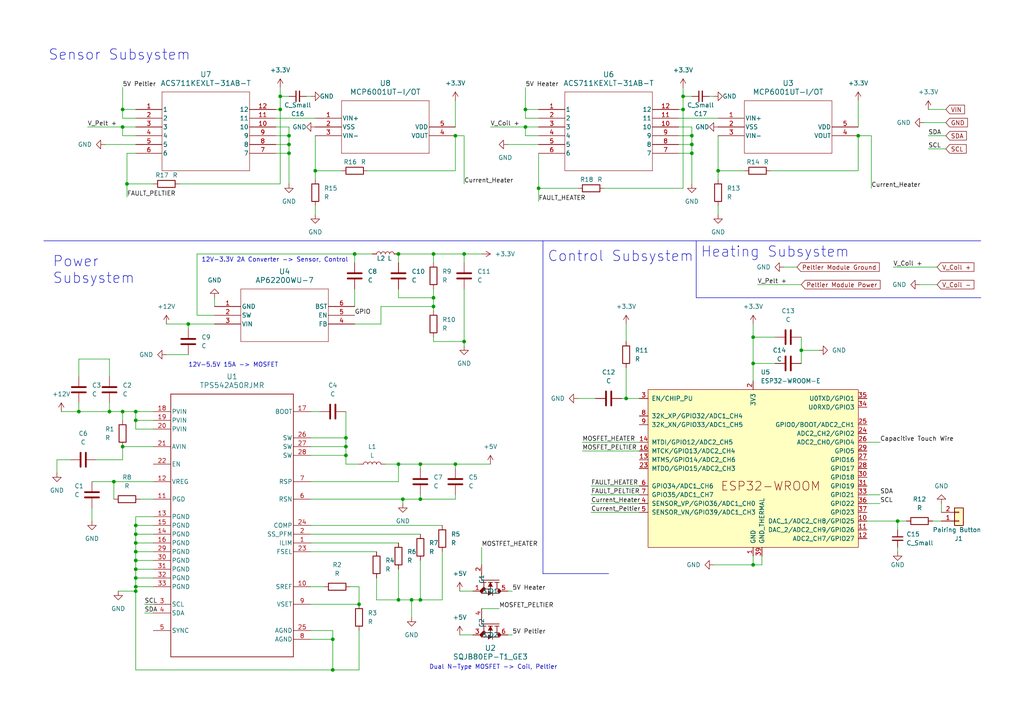
<source format=kicad_sch>
(kicad_sch (version 20230121) (generator eeschema)
  (paper "A4")
  (lib_symbols
    (symbol "ACS711KEXLT_31AB_T:ACS711KEXLT-31AB-T" (pin_names (offset 0.254))
      (property "Reference" "U" (at 20.32 10.16 0))
      (property "Value" "ACS711KEXLT-31AB-T" (at 20.32 7.62 0))
      (symbol "ACS711KEXLT-31AB-T_1_1"
        (polyline (pts (xy 7.62 -17.78) (xy 33.02 -17.78)) (stroke (width 0.127)))
        (polyline (pts (xy 7.62 5.08) (xy 7.62 -17.78)) (stroke (width 0.127)))
        (polyline (pts (xy 33.02 -17.78) (xy 33.02 5.08)) (stroke (width 0.127)))
        (polyline (pts (xy 33.02 5.08) (xy 7.62 5.08)) (stroke (width 0.127)))
        (pin unspecified line (at 0 0 0) (length 7.62) (name "1") (number "1"))
        (pin unspecified line (at 40.64 -5.08 180) (length 7.62) (name "10") (number "10"))
        (pin unspecified line (at 40.64 -2.54 180) (length 7.62) (name "11") (number "11"))
        (pin unspecified line (at 40.64 0 180) (length 7.62) (name "12") (number "12"))
        (pin unspecified line (at 0 -2.54 0) (length 7.62) (name "2") (number "2"))
        (pin unspecified line (at 0 -5.08 0) (length 7.62) (name "3") (number "3"))
        (pin unspecified line (at 0 -7.62 0) (length 7.62) (name "4") (number "4"))
        (pin unspecified line (at 0 -10.16 0) (length 7.62) (name "5") (number "5"))
        (pin unspecified line (at 0 -12.7 0) (length 7.62) (name "6") (number "6"))
        (pin unspecified line (at 40.64 -12.7 180) (length 7.62) (name "7") (number "7"))
        (pin unspecified line (at 40.64 -10.16 180) (length 7.62) (name "8") (number "8"))
        (pin unspecified line (at 40.64 -7.62 180) (length 7.62) (name "9") (number "9"))
      )
    )
    (symbol "AP62200WU_7:AP62200WU-7" (pin_names (offset 0.254))
      (property "Reference" "U" (at 20.32 10.16 0))
      (property "Value" "AP62200WU-7" (at 20.32 7.62 0))
      (symbol "AP62200WU-7_1_1"
        (polyline (pts (xy 7.62 -10.16) (xy 33.02 -10.16)) (stroke (width 0.127)))
        (polyline (pts (xy 7.62 5.08) (xy 7.62 -10.16)) (stroke (width 0.127)))
        (polyline (pts (xy 33.02 -10.16) (xy 33.02 5.08)) (stroke (width 0.127)))
        (polyline (pts (xy 33.02 5.08) (xy 7.62 5.08)) (stroke (width 0.127)))
        (pin power_out line (at 0 0 0) (length 7.62) (name "GND") (number "1"))
        (pin unspecified line (at 0 -2.54 0) (length 7.62) (name "SW") (number "2"))
        (pin power_in line (at 0 -5.08 0) (length 7.62) (name "VIN") (number "3"))
        (pin unspecified line (at 40.64 -5.08 180) (length 7.62) (name "FB") (number "4"))
        (pin input line (at 40.64 -2.54 180) (length 7.62) (name "EN") (number "5"))
        (pin input line (at 40.64 0 180) (length 7.62) (name "BST") (number "6"))
      )
    )
    (symbol "Connector_Generic:Conn_01x02" (pin_names (offset 1.016) hide)
      (property "Reference" "J" (at 0 2.54 0))
      (property "Value" "Conn_01x02" (at 0 -5.08 0))
      (symbol "Conn_01x02_1_1"
        (rectangle (start -1.27 -2.413) (end 0 -2.667) (stroke (width 0.1524)))
        (rectangle (start -1.27 0.127) (end 0 -0.127) (stroke (width 0.1524)))
        (rectangle (start -1.27 1.27) (end 1.27 -3.81) (stroke (width 0.254)) (fill (type background)))
        (pin passive line (at -5.08 0 0) (length 3.81) (name "Pin_1") (number "1"))
        (pin passive line (at -5.08 -2.54 0) (length 3.81) (name "Pin_2") (number "2"))
      )
    )
    (symbol "Device:C" (pin_numbers hide) (pin_names (offset 0.254))
      (property "Reference" "C" (at 0.635 2.54 0))
      (property "Value" "C" (at 0.635 -2.54 0))
      (symbol "C_0_1"
        (polyline (pts (xy -2.032 -0.762) (xy 2.032 -0.762)) (stroke (width 0.508)))
        (polyline (pts (xy -2.032 0.762) (xy 2.032 0.762)) (stroke (width 0.508)))
      )
      (symbol "C_1_1"
        (pin passive line (at 0 3.81 270) (length 2.794) (name "~") (number "1"))
        (pin passive line (at 0 -3.81 90) (length 2.794) (name "~") (number "2"))
      )
    )
    (symbol "Device:C_Small" (pin_numbers hide) (pin_names (offset 0.254) hide)
      (property "Reference" "C" (at 0.254 1.778 0))
      (property "Value" "C_Small" (at 0.254 -2.032 0))
      (symbol "C_Small_0_1"
        (polyline (pts (xy -1.524 -0.508) (xy 1.524 -0.508)) (stroke (width 0.3302)))
        (polyline (pts (xy -1.524 0.508) (xy 1.524 0.508)) (stroke (width 0.3048)))
      )
      (symbol "C_Small_1_1"
        (pin passive line (at 0 2.54 270) (length 2.032) (name "~") (number "1"))
        (pin passive line (at 0 -2.54 90) (length 2.032) (name "~") (number "2"))
      )
    )
    (symbol "Device:L" (pin_numbers hide) (pin_names (offset 1.016) hide)
      (property "Reference" "L" (at -1.27 0 90))
      (property "Value" "L" (at 1.905 0 90))
      (symbol "L_0_1"
        (arc (start 0 -2.54) (mid 0.6323 -1.905) (end 0 -1.27))
        (arc (start 0 -1.27) (mid 0.6323 -0.635) (end 0 0))
        (arc (start 0 0) (mid 0.6323 0.635) (end 0 1.27))
        (arc (start 0 1.27) (mid 0.6323 1.905) (end 0 2.54))
      )
      (symbol "L_1_1"
        (pin passive line (at 0 3.81 270) (length 1.27) (name "1") (number "1"))
        (pin passive line (at 0 -3.81 90) (length 1.27) (name "2") (number "2"))
      )
    )
    (symbol "Device:R" (pin_numbers hide) (pin_names (offset 0))
      (property "Reference" "R" (at 2.032 0 90))
      (property "Value" "R" (at 0 0 90))
      (symbol "R_0_1"
        (rectangle (start -1.016 -2.54) (end 1.016 2.54) (stroke (width 0.254)))
      )
      (symbol "R_1_1"
        (pin passive line (at 0 3.81 270) (length 1.27) (name "~") (number "1"))
        (pin passive line (at 0 -3.81 90) (length 1.27) (name "~") (number "2"))
      )
    )
    (symbol "MCP6001UT-I/OT:MCP6001UT-I_OT" (pin_names (offset 0.254))
      (property "Reference" "U" (at 20.32 10.16 0))
      (property "Value" "MCP6001UT-I/OT" (at 20.32 7.62 0))
      (symbol "MCP6001UT-I_OT_1_1"
        (polyline (pts (xy 7.62 -10.16) (xy 33.02 -10.16)) (stroke (width 0.127)))
        (polyline (pts (xy 7.62 5.08) (xy 7.62 -10.16)) (stroke (width 0.127)))
        (polyline (pts (xy 33.02 -10.16) (xy 33.02 5.08)) (stroke (width 0.127)))
        (polyline (pts (xy 33.02 5.08) (xy 7.62 5.08)) (stroke (width 0.127)))
        (pin input line (at 0 0 0) (length 7.62) (name "VIN+") (number "1"))
        (pin power_in line (at 0 -2.54 0) (length 7.62) (name "VSS") (number "2"))
        (pin input line (at 0 -5.08 0) (length 7.62) (name "VIN-") (number "3"))
        (pin output line (at 40.64 -5.08 180) (length 7.62) (name "VOUT") (number "4"))
        (pin power_in line (at 40.64 -2.54 180) (length 7.62) (name "VDD") (number "5"))
      )
    )
    (symbol "PCM_Espressif:ESP32-WROOM-E" (pin_names (offset 1.016))
      (property "Reference" "U" (at -30.48 27.94 0))
      (property "Value" "ESP32-WROOM-E" (at -30.48 25.4 0))
      (symbol "ESP32-WROOM-E_0_1"
        (rectangle (start -30.48 22.86) (end 30.48 -22.86) (fill (type background)))
      )
      (symbol "ESP32-WROOM-E_1_1"
        (text "ESP32-­WROOM­" (at 5.08 -5.08 0) (effects (font (size 2.54 2.54))))
        (pin power_in line (at 0 -25.4 90) (length 2.54) (name "GND") (number "1"))
        (pin bidirectional line (at 33.02 -15.24 180) (length 2.54) (name "DAC_1/ADC2_CH8/GPIO25") (number "10"))
        (pin bidirectional line (at 33.02 -17.78 180) (length 2.54) (name "DAC_2/ADC2_CH9/GPIO26") (number "11"))
        (pin bidirectional line (at 33.02 -20.32 180) (length 2.54) (name "ADC2_CH7/GPIO27") (number "12"))
        (pin bidirectional line (at -33.02 2.54 0) (length 2.54) (name "MTMS/GPIO14/ADC2_CH6") (number "13"))
        (pin bidirectional line (at -33.02 7.62 0) (length 2.54) (name "MTDI/GPIO12/ADC2_CH5") (number "14"))
        (pin passive line (at 0 -25.4 90) (length 2.54) hide (name "GND") (number "15"))
        (pin bidirectional line (at -33.02 5.08 0) (length 2.54) (name "MTCK/GPIO13/ADC2_CH4") (number "16"))
        (pin power_in line (at 0 25.4 270) (length 2.54) (name "3V3") (number "2"))
        (pin bidirectional line (at -33.02 0 0) (length 2.54) (name "MTDO/GPIO15/ADC2_CH3") (number "23"))
        (pin bidirectional line (at 33.02 10.16 180) (length 2.54) (name "ADC2_CH2/GPIO2") (number "24"))
        (pin bidirectional line (at 33.02 12.7 180) (length 2.54) (name "GPIO0/BOOT/ADC2_CH1") (number "25"))
        (pin bidirectional line (at 33.02 7.62 180) (length 2.54) (name "ADC2_CH0/GPIO4") (number "26"))
        (pin bidirectional line (at 33.02 2.54 180) (length 2.54) (name "GPIO16") (number "27"))
        (pin bidirectional line (at 33.02 0 180) (length 2.54) (name "GPIO17") (number "28"))
        (pin bidirectional line (at 33.02 5.08 180) (length 2.54) (name "GPIO5") (number "29"))
        (pin input line (at -33.02 20.32 0) (length 2.54) (name "EN/CHIP_PU") (number "3"))
        (pin bidirectional line (at 33.02 -2.54 180) (length 2.54) (name "GPIO18") (number "30"))
        (pin bidirectional line (at 33.02 -5.08 180) (length 2.54) (name "GPIO19") (number "31"))
        (pin bidirectional line (at 33.02 -7.62 180) (length 2.54) (name "GPIO21") (number "33"))
        (pin bidirectional line (at 33.02 17.78 180) (length 2.54) (name "U0RXD/GPIO3") (number "34"))
        (pin bidirectional line (at 33.02 20.32 180) (length 2.54) (name "U0TXD/GPIO1") (number "35"))
        (pin bidirectional line (at 33.02 -10.16 180) (length 2.54) (name "GPIO22") (number "36"))
        (pin bidirectional line (at 33.02 -12.7 180) (length 2.54) (name "GPIO23") (number "37"))
        (pin passive line (at 0 -25.4 90) (length 2.54) hide (name "GND") (number "38"))
        (pin power_in line (at 2.54 -25.4 90) (length 2.54) (name "GND_THERMAL") (number "39"))
        (pin input line (at -33.02 -10.16 0) (length 2.54) (name "SENSOR_VP/GPIO36/ADC1_CH0") (number "4"))
        (pin input line (at -33.02 -12.7 0) (length 2.54) (name "SENSOR_VN/GPIO39/ADC1_CH3") (number "5"))
        (pin input line (at -33.02 -5.08 0) (length 2.54) (name "GPIO34/ADC1_CH6") (number "6"))
        (pin input line (at -33.02 -7.62 0) (length 2.54) (name "GPIO35/ADC1_CH7") (number "7"))
        (pin bidirectional line (at -33.02 15.24 0) (length 2.54) (name "32K_XP/GPIO32/ADC1_CH4") (number "8"))
        (pin bidirectional line (at -33.02 12.7 0) (length 2.54) (name "32K_XN/GPIO33/ADC1_CH5") (number "9"))
      )
    )
    (symbol "SQJB80EP_T1_GE3:SQJB80EP-T1_GE3" (pin_names (offset 0.254))
      (property "Reference" "U" (at 3.81 14.605 0))
      (property "Value" "SQJB80EP-T1_GE3" (at 3.81 10.16 0))
      (symbol "SQJB80EP-T1_GE3_1_1"
        (polyline (pts (xy 2.54 0) (xy 4.445 0)) (stroke (width 0.2032)))
        (polyline (pts (xy 4.445 0) (xy 4.445 5.08)) (stroke (width 0.2032)))
        (polyline (pts (xy 5.08 0) (xy 5.08 1.27)) (stroke (width 0.2032)))
        (polyline (pts (xy 5.08 0.635) (xy 6.985 0.635)) (stroke (width 0.2032)))
        (polyline (pts (xy 5.08 1.905) (xy 5.08 3.175)) (stroke (width 0.2032)))
        (polyline (pts (xy 5.08 3.81) (xy 5.08 5.08)) (stroke (width 0.2032)))
        (polyline (pts (xy 5.08 4.445) (xy 6.985 4.445)) (stroke (width 0.2032)))
        (polyline (pts (xy 6.35 2.54) (xy 6.985 2.54)) (stroke (width 0.2032)))
        (polyline (pts (xy 6.985 0) (xy 6.985 2.54)) (stroke (width 0.2032)))
        (polyline (pts (xy 6.985 0) (xy 8.255 0)) (stroke (width 0.2032)))
        (polyline (pts (xy 6.985 4.445) (xy 6.985 5.08)) (stroke (width 0.2032)))
        (polyline (pts (xy 6.985 5.08) (xy 8.255 5.08)) (stroke (width 0.2032)))
        (polyline (pts (xy 8.255 0) (xy 8.255 1.905)) (stroke (width 0.2032)))
        (polyline (pts (xy 8.255 3.175) (xy 8.255 5.08)) (stroke (width 0.2032)))
        (polyline (pts (xy 8.89 3.175) (xy 7.62 3.175)) (stroke (width 0.2032)))
        (polyline (pts (xy 15.24 0) (xy 17.145 0)) (stroke (width 0.2032)))
        (polyline (pts (xy 17.145 0) (xy 17.145 5.08)) (stroke (width 0.2032)))
        (polyline (pts (xy 17.78 0) (xy 17.78 1.27)) (stroke (width 0.2032)))
        (polyline (pts (xy 17.78 0.635) (xy 19.685 0.635)) (stroke (width 0.2032)))
        (polyline (pts (xy 17.78 1.905) (xy 17.78 3.175)) (stroke (width 0.2032)))
        (polyline (pts (xy 17.78 3.81) (xy 17.78 5.08)) (stroke (width 0.2032)))
        (polyline (pts (xy 17.78 4.445) (xy 19.685 4.445)) (stroke (width 0.2032)))
        (polyline (pts (xy 19.05 2.54) (xy 19.685 2.54)) (stroke (width 0.2032)))
        (polyline (pts (xy 19.685 0) (xy 19.685 2.54)) (stroke (width 0.2032)))
        (polyline (pts (xy 19.685 0) (xy 20.955 0)) (stroke (width 0.2032)))
        (polyline (pts (xy 19.685 4.445) (xy 19.685 5.08)) (stroke (width 0.2032)))
        (polyline (pts (xy 19.685 5.08) (xy 20.955 5.08)) (stroke (width 0.2032)))
        (polyline (pts (xy 20.955 0) (xy 20.955 1.905)) (stroke (width 0.2032)))
        (polyline (pts (xy 20.955 3.175) (xy 20.955 5.08)) (stroke (width 0.2032)))
        (polyline (pts (xy 21.59 3.175) (xy 20.32 3.175)) (stroke (width 0.2032)))
        (polyline (pts (xy 6.35 3.175) (xy 5.08 2.54) (xy 6.35 1.905)) (fill (type outline)))
        (polyline (pts (xy 8.89 1.905) (xy 7.62 1.905) (xy 8.255 3.175)) (fill (type outline)))
        (polyline (pts (xy 19.05 3.175) (xy 17.78 2.54) (xy 19.05 1.905)) (fill (type outline)))
        (polyline (pts (xy 21.59 1.905) (xy 20.32 1.905) (xy 20.955 3.175)) (fill (type outline)))
        (circle (center 6.985 0.635) (radius 0.0254) (stroke (width 0.508)))
        (circle (center 7.62 0) (radius 0.0254) (stroke (width 0.508)))
        (circle (center 7.62 5.08) (radius 0.0254) (stroke (width 0.508)))
        (circle (center 19.685 0.635) (radius 0.0254) (stroke (width 0.508)))
        (circle (center 20.32 0) (radius 0.0254) (stroke (width 0.508)))
        (circle (center 20.32 5.08) (radius 0.0254) (stroke (width 0.508)))
        (pin bidirectional line (at 7.62 -2.54 90) (length 2.54) (name "S1") (number "1"))
        (pin bidirectional line (at 0 0 0) (length 2.54) (name "G1") (number "2"))
        (pin unspecified line (at 20.32 -2.54 90) (length 2.54) (name "S2") (number "3"))
        (pin bidirectional line (at 12.7 0 0) (length 2.54) (name "G2") (number "4"))
        (pin bidirectional line (at 7.62 7.62 270) (length 2.54) (name "D1") (number "5"))
        (pin bidirectional line (at 20.32 7.62 270) (length 2.54) (name "D2") (number "6"))
      )
    )
    (symbol "TPS542A50:TPS542A50RJMR" (pin_names (offset 0.254))
      (property "Reference" "U" (at 0 2.54 0))
      (property "Value" "TPS542A50RJMR" (at 0 0 0))
      (symbol "TPS542A50RJMR_1_1"
        (polyline (pts (xy -17.78 -38.1) (xy 17.78 -38.1)) (stroke (width 0.2032)))
        (polyline (pts (xy -17.78 38.1) (xy -17.78 -38.1)) (stroke (width 0.2032)))
        (polyline (pts (xy 17.78 -38.1) (xy 17.78 38.1)) (stroke (width 0.2032)))
        (polyline (pts (xy 17.78 38.1) (xy -17.78 38.1)) (stroke (width 0.2032)))
        (pin input line (at 22.86 -5.08 180) (length 5.08) (name "ILIM") (number "1"))
        (pin power_in line (at 22.86 -17.78 180) (length 5.08) (name "SREF") (number "10"))
        (pin open_collector line (at -22.86 7.62 0) (length 5.08) (name "PGD") (number "11"))
        (pin power_in line (at -22.86 12.7 0) (length 5.08) (name "VREG") (number "12"))
        (pin power_in line (at -22.86 2.54 0) (length 5.08) (name "PGND") (number "13"))
        (pin power_in line (at -22.86 -2.54 0) (length 5.08) (name "PGND") (number "14"))
        (pin power_in line (at -22.86 0 0) (length 5.08) (name "PGND") (number "15"))
        (pin power_in line (at -22.86 -5.08 0) (length 5.08) (name "PGND") (number "16"))
        (pin power_in line (at 22.86 33.02 180) (length 5.08) (name "BOOT") (number "17"))
        (pin power_in line (at -22.86 33.02 0) (length 5.08) (name "PVIN") (number "18"))
        (pin power_in line (at -22.86 30.48 0) (length 5.08) (name "PVIN") (number "19"))
        (pin input line (at 22.86 -2.54 180) (length 5.08) (name "SS_PFM") (number "2"))
        (pin power_in line (at -22.86 27.94 0) (length 5.08) (name "PVIN") (number "20"))
        (pin power_in line (at -22.86 22.86 0) (length 5.08) (name "AVIN") (number "21"))
        (pin input line (at -22.86 17.78 0) (length 5.08) (name "EN") (number "22"))
        (pin input line (at 22.86 -7.62 180) (length 5.08) (name "FSEL") (number "23"))
        (pin unspecified line (at 22.86 0 180) (length 5.08) (name "COMP") (number "24"))
        (pin power_in line (at 22.86 -30.48 180) (length 5.08) (name "AGND") (number "25"))
        (pin power_in line (at 22.86 25.4 180) (length 5.08) (name "SW") (number "26"))
        (pin power_in line (at 22.86 22.86 180) (length 5.08) (name "SW") (number "27"))
        (pin power_in line (at 22.86 20.32 180) (length 5.08) (name "SW") (number "28"))
        (pin power_in line (at -22.86 -7.62 0) (length 5.08) (name "PGND") (number "29"))
        (pin input line (at -22.86 -22.86 0) (length 5.08) (name "SCL") (number "3"))
        (pin power_in line (at -22.86 -10.16 0) (length 5.08) (name "PGND") (number "30"))
        (pin power_in line (at -22.86 -12.7 0) (length 5.08) (name "PGND") (number "31"))
        (pin power_in line (at -22.86 -15.24 0) (length 5.08) (name "PGND") (number "32"))
        (pin power_in line (at -22.86 -17.78 0) (length 5.08) (name "PGND") (number "33"))
        (pin input line (at -22.86 -25.4 0) (length 5.08) (name "SDA") (number "4"))
        (pin input line (at -22.86 -30.48 0) (length 5.08) (name "SYNC") (number "5"))
        (pin input line (at 22.86 7.62 180) (length 5.08) (name "RSN") (number "6"))
        (pin input line (at 22.86 12.7 180) (length 5.08) (name "RSP") (number "7"))
        (pin power_in line (at 22.86 -33.02 180) (length 5.08) (name "AGND") (number "8"))
        (pin power_in line (at 22.86 -22.86 180) (length 5.08) (name "VSET") (number "9"))
      )
    )
    (symbol "power:+12V" (power) (pin_names (offset 0))
      (property "Value" "+12V" (at 0 3.556 0))
      (symbol "+12V_0_1"
        (polyline (pts (xy -0.762 1.27) (xy 0 2.54)))
        (polyline (pts (xy 0 0) (xy 0 2.54)))
        (polyline (pts (xy 0 2.54) (xy 0.762 1.27)))
      )
      (symbol "+12V_1_1"
        (pin power_in line (at 0 0 90) (length 0) hide (name "+12V") (number "1"))
      )
    )
    (symbol "power:+3.3V" (power) (pin_names (offset 0))
      (property "Value" "+3.3V" (at 0 3.556 0))
      (symbol "+3.3V_0_1"
        (polyline (pts (xy -0.762 1.27) (xy 0 2.54)))
        (polyline (pts (xy 0 0) (xy 0 2.54)))
        (polyline (pts (xy 0 2.54) (xy 0.762 1.27)))
      )
      (symbol "+3.3V_1_1"
        (pin power_in line (at 0 0 90) (length 0) hide (name "+3.3V") (number "1"))
      )
    )
    (symbol "power:+5V" (power) (pin_names (offset 0))
      (property "Value" "+5V" (at 0 3.556 0))
      (symbol "+5V_0_1"
        (polyline (pts (xy -0.762 1.27) (xy 0 2.54)))
        (polyline (pts (xy 0 0) (xy 0 2.54)))
        (polyline (pts (xy 0 2.54) (xy 0.762 1.27)))
      )
      (symbol "+5V_1_1"
        (pin power_in line (at 0 0 90) (length 0) hide (name "+5V") (number "1"))
      )
    )
    (symbol "power:GND" (power) (pin_names (offset 0))
      (property "Value" "GND" (at 0 -3.81 0))
      (symbol "GND_0_1"
        (polyline (pts (xy 0 0) (xy 0 -1.27) (xy 1.27 -1.27) (xy 0 -2.54) (xy -1.27 -1.27) (xy 0 -1.27)))
      )
      (symbol "GND_1_1"
        (pin power_in line (at 0 0 270) (length 0) hide (name "GND") (number "1"))
      )
    )
  )
  (junction (at 125.73 88.9))
  (junction (at 121.92 134.62))
  (junction (at 35.56 129.54))
  (junction (at 152.4 36.83))
  (junction (at 132.08 39.37))
  (junction (at 198.12 27.94))
  (junction (at 115.57 134.62))
  (junction (at 96.52 185.42))
  (junction (at 39.37 167.64))
  (junction (at 152.4 31.75))
  (junction (at 81.28 27.94))
  (junction (at 200.66 41.91))
  (junction (at 81.28 31.75))
  (junction (at 39.37 121.92))
  (junction (at 208.28 49.53))
  (junction (at 132.08 134.62))
  (junction (at 121.92 173.99))
  (junction (at 134.62 73.66))
  (junction (at 134.62 99.06))
  (junction (at 35.56 119.38))
  (junction (at 218.44 105.41))
  (junction (at 115.57 73.66))
  (junction (at 35.56 36.83))
  (junction (at 39.37 170.18))
  (junction (at 39.37 160.02))
  (junction (at 83.82 41.91))
  (junction (at 116.84 144.78))
  (junction (at 121.92 144.78))
  (junction (at 156.21 54.61))
  (junction (at 102.87 73.66))
  (junction (at 200.66 39.37))
  (junction (at 119.38 173.99))
  (junction (at 100.33 127))
  (junction (at 125.73 73.66))
  (junction (at 115.57 173.99))
  (junction (at 39.37 157.48))
  (junction (at 96.52 194.31))
  (junction (at 198.12 31.75))
  (junction (at 83.82 44.45))
  (junction (at 33.02 139.7))
  (junction (at 181.61 115.57))
  (junction (at 39.37 171.45))
  (junction (at 200.66 44.45))
  (junction (at 35.56 31.75))
  (junction (at 100.33 132.08))
  (junction (at 39.37 154.94))
  (junction (at 260.35 151.13))
  (junction (at 91.44 49.53))
  (junction (at 39.37 162.56))
  (junction (at 31.75 119.38))
  (junction (at 248.92 39.37))
  (junction (at 22.86 119.38))
  (junction (at 218.44 163.83))
  (junction (at 125.73 86.36))
  (junction (at 83.82 39.37))
  (junction (at 104.14 175.26))
  (junction (at 54.61 93.98))
  (junction (at 100.33 129.54))
  (junction (at 218.44 97.79))
  (junction (at 39.37 165.1))
  (junction (at 232.41 101.6))
  (junction (at 39.37 152.4))
  (junction (at 36.83 53.34))
  (junction (at 39.37 119.38))
  (wire (pts (xy 134.62 76.2) (xy 134.62 73.66)))
  (wire (pts (xy 269.24 43.18) (xy 274.32 43.18)))
  (polyline (pts (xy 176.53 166.37) (xy 157.48 166.37)))
  (wire (pts (xy 81.28 31.75) (xy 81.28 53.34)))
  (wire (pts (xy 102.87 83.82) (xy 102.87 88.9)))
  (wire (pts (xy 121.92 143.51) (xy 121.92 144.78)))
  (wire (pts (xy 121.92 135.89) (xy 121.92 134.62)))
  (wire (pts (xy 81.28 27.94) (xy 83.82 27.94)))
  (wire (pts (xy 198.12 27.94) (xy 198.12 31.75)))
  (wire (pts (xy 22.86 119.38) (xy 31.75 119.38)))
  (wire (pts (xy 90.17 182.88) (xy 96.52 182.88)))
  (wire (pts (xy 39.37 157.48) (xy 39.37 160.02)))
  (wire (pts (xy 115.57 165.1) (xy 115.57 173.99)))
  (wire (pts (xy 110.49 93.98) (xy 110.49 88.9)))
  (wire (pts (xy 39.37 170.18) (xy 39.37 171.45)))
  (wire (pts (xy 266.7 82.55) (xy 271.78 82.55)))
  (wire (pts (xy 35.56 25.4) (xy 35.56 31.75)))
  (wire (pts (xy 116.84 144.78) (xy 121.92 144.78)))
  (wire (pts (xy 80.01 36.83) (xy 83.82 36.83)))
  (wire (pts (xy 121.92 162.56) (xy 121.92 173.99)))
  (wire (pts (xy 104.14 170.18) (xy 104.14 175.26)))
  (wire (pts (xy 134.62 39.37) (xy 134.62 53.34)))
  (wire (pts (xy 132.08 134.62) (xy 142.24 134.62)))
  (wire (pts (xy 39.37 154.94) (xy 39.37 157.48)))
  (wire (pts (xy 36.83 44.45) (xy 39.37 44.45)))
  (wire (pts (xy 39.37 167.64) (xy 44.45 167.64)))
  (polyline (pts (xy 201.93 86.36) (xy 284.48 86.36)))
  (wire (pts (xy 132.08 39.37) (xy 134.62 39.37)))
  (wire (pts (xy 39.37 165.1) (xy 39.37 167.64)))
  (wire (pts (xy 115.57 86.36) (xy 115.57 83.82)))
  (wire (pts (xy 196.85 44.45) (xy 200.66 44.45)))
  (wire (pts (xy 208.28 49.53) (xy 208.28 52.07)))
  (wire (pts (xy 102.87 73.66) (xy 107.95 73.66)))
  (wire (pts (xy 198.12 31.75) (xy 198.12 54.61)))
  (wire (pts (xy 273.05 146.05) (xy 273.05 148.59)))
  (wire (pts (xy 252.73 39.37) (xy 248.92 39.37)))
  (wire (pts (xy 39.37 119.38) (xy 44.45 119.38)))
  (wire (pts (xy 52.07 53.34) (xy 81.28 53.34)))
  (wire (pts (xy 208.28 39.37) (xy 208.28 49.53)))
  (wire (pts (xy 39.37 167.64) (xy 39.37 170.18)))
  (wire (pts (xy 91.44 59.69) (xy 91.44 62.23)))
  (wire (pts (xy 252.73 39.37) (xy 252.73 54.61)))
  (wire (pts (xy 147.32 171.45) (xy 148.59 171.45)))
  (wire (pts (xy 110.49 88.9) (xy 125.73 88.9)))
  (wire (pts (xy 39.37 149.86) (xy 39.37 152.4)))
  (wire (pts (xy 34.29 171.45) (xy 39.37 171.45)))
  (wire (pts (xy 104.14 182.88) (xy 104.14 194.31)))
  (wire (pts (xy 80.01 31.75) (xy 81.28 31.75)))
  (wire (pts (xy 224.79 97.79) (xy 218.44 97.79)))
  (wire (pts (xy 31.75 104.14) (xy 31.75 109.22)))
  (wire (pts (xy 196.85 39.37) (xy 200.66 39.37)))
  (wire (pts (xy 100.33 119.38) (xy 100.33 127)))
  (wire (pts (xy 181.61 93.98) (xy 181.61 99.06)))
  (wire (pts (xy 251.46 128.27) (xy 255.27 128.27)))
  (wire (pts (xy 267.97 35.56) (xy 274.32 35.56)))
  (wire (pts (xy 198.12 25.4) (xy 198.12 27.94)))
  (wire (pts (xy 152.4 25.4) (xy 152.4 31.75)))
  (wire (pts (xy 101.6 170.18) (xy 104.14 170.18)))
  (wire (pts (xy 39.37 152.4) (xy 39.37 154.94)))
  (wire (pts (xy 91.44 49.53) (xy 91.44 52.07)))
  (wire (pts (xy 22.86 116.84) (xy 22.86 119.38)))
  (wire (pts (xy 102.87 93.98) (xy 110.49 93.98)))
  (wire (pts (xy 26.67 147.32) (xy 26.67 151.13)))
  (wire (pts (xy 167.64 115.57) (xy 172.72 115.57)))
  (wire (pts (xy 90.17 119.38) (xy 92.71 119.38)))
  (wire (pts (xy 134.62 83.82) (xy 134.62 99.06)))
  (wire (pts (xy 218.44 97.79) (xy 218.44 105.41)))
  (wire (pts (xy 142.24 36.83) (xy 152.4 36.83)))
  (wire (pts (xy 80.01 34.29) (xy 91.44 34.29)))
  (wire (pts (xy 132.08 49.53) (xy 132.08 39.37)))
  (wire (pts (xy 83.82 44.45) (xy 83.82 53.34)))
  (wire (pts (xy 100.33 127) (xy 100.33 129.54)))
  (wire (pts (xy 35.56 119.38) (xy 39.37 119.38)))
  (wire (pts (xy 156.21 34.29) (xy 152.4 34.29)))
  (wire (pts (xy 121.92 173.99) (xy 128.27 173.99)))
  (wire (pts (xy 80.01 39.37) (xy 83.82 39.37)))
  (wire (pts (xy 125.73 76.2) (xy 125.73 73.66)))
  (wire (pts (xy 90.17 185.42) (xy 96.52 185.42)))
  (wire (pts (xy 27.94 133.35) (xy 35.56 133.35)))
  (wire (pts (xy 31.75 119.38) (xy 35.56 119.38)))
  (wire (pts (xy 39.37 160.02) (xy 44.45 160.02)))
  (polyline (pts (xy 12.7 69.85) (xy 284.48 69.85)))
  (wire (pts (xy 104.14 134.62) (xy 100.33 134.62)))
  (wire (pts (xy 90.17 144.78) (xy 116.84 144.78)))
  (wire (pts (xy 152.4 31.75) (xy 156.21 31.75)))
  (wire (pts (xy 132.08 134.62) (xy 121.92 134.62)))
  (wire (pts (xy 96.52 185.42) (xy 96.52 194.31)))
  (wire (pts (xy 102.87 73.66) (xy 102.87 76.2)))
  (wire (pts (xy 125.73 97.79) (xy 125.73 99.06)))
  (wire (pts (xy 39.37 121.92) (xy 39.37 119.38)))
  (wire (pts (xy 100.33 129.54) (xy 100.33 132.08)))
  (wire (pts (xy 115.57 173.99) (xy 119.38 173.99)))
  (wire (pts (xy 30.48 41.91) (xy 39.37 41.91)))
  (wire (pts (xy 200.66 41.91) (xy 200.66 44.45)))
  (wire (pts (xy 260.35 158.75) (xy 260.35 160.02)))
  (wire (pts (xy 90.17 175.26) (xy 104.14 175.26)))
  (wire (pts (xy 269.24 39.37) (xy 274.32 39.37)))
  (wire (pts (xy 200.66 36.83) (xy 200.66 39.37)))
  (wire (pts (xy 260.35 151.13) (xy 260.35 153.67)))
  (wire (pts (xy 270.51 151.13) (xy 273.05 151.13)))
  (wire (pts (xy 35.56 133.35) (xy 35.56 129.54)))
  (wire (pts (xy 134.62 73.66) (xy 139.7 73.66)))
  (wire (pts (xy 259.08 77.47) (xy 271.78 77.47)))
  (wire (pts (xy 25.4 36.83) (xy 35.56 36.83)))
  (wire (pts (xy 147.32 41.91) (xy 156.21 41.91)))
  (wire (pts (xy 218.44 105.41) (xy 224.79 105.41)))
  (wire (pts (xy 90.17 154.94) (xy 121.92 154.94)))
  (wire (pts (xy 39.37 171.45) (xy 39.37 194.31)))
  (wire (pts (xy 16.51 133.35) (xy 20.32 133.35)))
  (wire (pts (xy 168.91 130.81) (xy 185.42 130.81)))
  (wire (pts (xy 168.91 128.27) (xy 185.42 128.27)))
  (wire (pts (xy 44.45 139.7) (xy 33.02 139.7)))
  (wire (pts (xy 111.76 134.62) (xy 115.57 134.62)))
  (wire (pts (xy 39.37 34.29) (xy 35.56 34.29)))
  (wire (pts (xy 44.45 154.94) (xy 39.37 154.94)))
  (wire (pts (xy 219.71 82.55) (xy 232.41 82.55)))
  (wire (pts (xy 90.17 139.7) (xy 115.57 139.7)))
  (wire (pts (xy 91.44 39.37) (xy 91.44 49.53)))
  (wire (pts (xy 35.56 34.29) (xy 35.56 31.75)))
  (wire (pts (xy 100.33 134.62) (xy 100.33 132.08)))
  (wire (pts (xy 31.75 116.84) (xy 31.75 119.38)))
  (wire (pts (xy 232.41 101.6) (xy 237.49 101.6)))
  (wire (pts (xy 196.85 34.29) (xy 208.28 34.29)))
  (wire (pts (xy 171.45 146.05) (xy 185.42 146.05)))
  (wire (pts (xy 36.83 53.34) (xy 36.83 44.45)))
  (wire (pts (xy 81.28 27.94) (xy 81.28 31.75)))
  (wire (pts (xy 80.01 44.45) (xy 83.82 44.45)))
  (wire (pts (xy 196.85 41.91) (xy 200.66 41.91)))
  (wire (pts (xy 132.08 144.78) (xy 121.92 144.78)))
  (wire (pts (xy 88.9 27.94) (xy 90.17 27.94)))
  (wire (pts (xy 156.21 54.61) (xy 156.21 58.42)))
  (wire (pts (xy 22.86 109.22) (xy 22.86 104.14)))
  (wire (pts (xy 220.98 161.29) (xy 220.98 163.83)))
  (wire (pts (xy 39.37 162.56) (xy 39.37 165.1)))
  (wire (pts (xy 152.4 36.83) (xy 156.21 36.83)))
  (wire (pts (xy 132.08 135.89) (xy 132.08 134.62)))
  (wire (pts (xy 218.44 93.98) (xy 218.44 97.79)))
  (wire (pts (xy 39.37 39.37) (xy 35.56 39.37)))
  (wire (pts (xy 115.57 139.7) (xy 115.57 134.62)))
  (wire (pts (xy 83.82 41.91) (xy 83.82 44.45)))
  (wire (pts (xy 251.46 146.05) (xy 255.27 146.05)))
  (wire (pts (xy 152.4 39.37) (xy 152.4 36.83)))
  (wire (pts (xy 62.23 91.44) (xy 57.15 91.44)))
  (wire (pts (xy 35.56 119.38) (xy 35.56 121.92)))
  (wire (pts (xy 220.98 163.83) (xy 218.44 163.83)))
  (wire (pts (xy 132.08 29.21) (xy 132.08 36.83)))
  (wire (pts (xy 218.44 105.41) (xy 218.44 110.49)))
  (wire (pts (xy 269.24 31.75) (xy 274.32 31.75)))
  (wire (pts (xy 91.44 49.53) (xy 99.06 49.53)))
  (wire (pts (xy 54.61 93.98) (xy 62.23 93.98)))
  (wire (pts (xy 39.37 165.1) (xy 44.45 165.1)))
  (wire (pts (xy 181.61 115.57) (xy 185.42 115.57)))
  (wire (pts (xy 39.37 160.02) (xy 39.37 162.56)))
  (wire (pts (xy 139.7 158.75) (xy 139.7 163.83)))
  (wire (pts (xy 251.46 143.51) (xy 255.27 143.51)))
  (wire (pts (xy 198.12 27.94) (xy 200.66 27.94)))
  (wire (pts (xy 62.23 86.36) (xy 62.23 88.9)))
  (polyline (pts (xy 201.93 69.85) (xy 201.93 86.36)))
  (wire (pts (xy 119.38 173.99) (xy 119.38 179.07)))
  (wire (pts (xy 171.45 143.51) (xy 185.42 143.51)))
  (wire (pts (xy 90.17 129.54) (xy 100.33 129.54)))
  (wire (pts (xy 22.86 104.14) (xy 31.75 104.14)))
  (wire (pts (xy 196.85 31.75) (xy 198.12 31.75)))
  (wire (pts (xy 218.44 161.29) (xy 218.44 163.83)))
  (wire (pts (xy 35.56 129.54) (xy 44.45 129.54)))
  (wire (pts (xy 57.15 73.66) (xy 102.87 73.66)))
  (polyline (pts (xy 157.48 166.37) (xy 157.48 69.85)))
  (wire (pts (xy 83.82 36.83) (xy 83.82 39.37)))
  (wire (pts (xy 35.56 36.83) (xy 39.37 36.83)))
  (wire (pts (xy 80.01 41.91) (xy 83.82 41.91)))
  (wire (pts (xy 100.33 132.08) (xy 90.17 132.08)))
  (wire (pts (xy 33.02 139.7) (xy 33.02 144.78)))
  (wire (pts (xy 132.08 143.51) (xy 132.08 144.78)))
  (wire (pts (xy 16.51 133.35) (xy 16.51 137.16)))
  (wire (pts (xy 119.38 173.99) (xy 121.92 173.99)))
  (wire (pts (xy 125.73 88.9) (xy 125.73 90.17)))
  (wire (pts (xy 41.91 177.8) (xy 44.45 177.8)))
  (wire (pts (xy 156.21 39.37) (xy 152.4 39.37)))
  (wire (pts (xy 116.84 144.78) (xy 116.84 146.05)))
  (wire (pts (xy 40.64 144.78) (xy 44.45 144.78)))
  (wire (pts (xy 90.17 170.18) (xy 93.98 170.18)))
  (wire (pts (xy 171.45 140.97) (xy 185.42 140.97)))
  (wire (pts (xy 39.37 170.18) (xy 44.45 170.18)))
  (wire (pts (xy 208.28 59.69) (xy 208.28 62.23)))
  (wire (pts (xy 39.37 194.31) (xy 96.52 194.31)))
  (wire (pts (xy 196.85 36.83) (xy 200.66 36.83)))
  (wire (pts (xy 125.73 73.66) (xy 115.57 73.66)))
  (wire (pts (xy 90.17 127) (xy 100.33 127)))
  (wire (pts (xy 232.41 97.79) (xy 232.41 101.6)))
  (wire (pts (xy 39.37 121.92) (xy 44.45 121.92)))
  (wire (pts (xy 39.37 124.46) (xy 39.37 121.92)))
  (wire (pts (xy 39.37 152.4) (xy 44.45 152.4)))
  (wire (pts (xy 133.35 184.15) (xy 137.16 184.15)))
  (wire (pts (xy 48.26 93.98) (xy 54.61 93.98)))
  (wire (pts (xy 90.17 152.4) (xy 128.27 152.4)))
  (wire (pts (xy 175.26 54.61) (xy 198.12 54.61)))
  (wire (pts (xy 139.7 176.53) (xy 144.78 176.53)))
  (wire (pts (xy 115.57 73.66) (xy 115.57 76.2)))
  (wire (pts (xy 48.26 102.87) (xy 54.61 102.87)))
  (wire (pts (xy 147.32 184.15) (xy 148.59 184.15)))
  (wire (pts (xy 248.92 29.21) (xy 248.92 36.83)))
  (wire (pts (xy 133.35 171.45) (xy 137.16 171.45)))
  (wire (pts (xy 125.73 86.36) (xy 125.73 88.9)))
  (wire (pts (xy 125.73 99.06) (xy 134.62 99.06)))
  (wire (pts (xy 248.92 49.53) (xy 248.92 39.37)))
  (wire (pts (xy 125.73 83.82) (xy 125.73 86.36)))
  (wire (pts (xy 44.45 149.86) (xy 39.37 149.86)))
  (wire (pts (xy 115.57 134.62) (xy 121.92 134.62)))
  (wire (pts (xy 232.41 101.6) (xy 232.41 105.41)))
  (wire (pts (xy 39.37 157.48) (xy 44.45 157.48)))
  (wire (pts (xy 260.35 151.13) (xy 262.89 151.13)))
  (wire (pts (xy 81.28 25.4) (xy 81.28 27.94)))
  (wire (pts (xy 208.28 49.53) (xy 215.9 49.53)))
  (wire (pts (xy 156.21 44.45) (xy 156.21 54.61)))
  (wire (pts (xy 181.61 106.68) (xy 181.61 115.57)))
  (wire (pts (xy 152.4 34.29) (xy 152.4 31.75)))
  (wire (pts (xy 96.52 194.31) (xy 104.14 194.31)))
  (wire (pts (xy 90.17 160.02) (xy 109.22 160.02)))
  (wire (pts (xy 200.66 44.45) (xy 200.66 53.34)))
  (wire (pts (xy 36.83 53.34) (xy 44.45 53.34)))
  (wire (pts (xy 223.52 49.53) (xy 248.92 49.53)))
  (wire (pts (xy 36.83 53.34) (xy 36.83 57.15)))
  (wire (pts (xy 218.44 163.83) (xy 207.01 163.83)))
  (wire (pts (xy 90.17 157.48) (xy 115.57 157.48)))
  (wire (pts (xy 35.56 39.37) (xy 35.56 36.83)))
  (wire (pts (xy 35.56 31.75) (xy 39.37 31.75)))
  (wire (pts (xy 26.67 139.7) (xy 33.02 139.7)))
  (wire (pts (xy 180.34 115.57) (xy 181.61 115.57)))
  (wire (pts (xy 17.78 119.38) (xy 22.86 119.38)))
  (wire (pts (xy 96.52 182.88) (xy 96.52 185.42)))
  (wire (pts (xy 134.62 73.66) (xy 125.73 73.66)))
  (wire (pts (xy 41.91 175.26) (xy 44.45 175.26)))
  (wire (pts (xy 39.37 162.56) (xy 44.45 162.56)))
  (wire (pts (xy 106.68 49.53) (xy 132.08 49.53)))
  (wire (pts (xy 83.82 39.37) (xy 83.82 41.91)))
  (wire (pts (xy 44.45 124.46) (xy 39.37 124.46)))
  (wire (pts (xy 251.46 151.13) (xy 260.35 151.13)))
  (wire (pts (xy 128.27 160.02) (xy 128.27 173.99)))
  (wire (pts (xy 125.73 86.36) (xy 115.57 86.36)))
  (wire (pts (xy 171.45 148.59) (xy 185.42 148.59)))
  (wire (pts (xy 134.62 99.06) (xy 134.62 100.33)))
  (wire (pts (xy 200.66 39.37) (xy 200.66 41.91)))
  (wire (pts (xy 109.22 167.64) (xy 109.22 173.99)))
  (wire (pts (xy 205.74 27.94) (xy 207.01 27.94)))
  (wire (pts (xy 156.21 54.61) (xy 167.64 54.61)))
  (wire (pts (xy 57.15 91.44) (xy 57.15 73.66)))
  (wire (pts (xy 109.22 173.99) (xy 115.57 173.99)))
  (wire (pts (xy 227.33 77.47) (xy 231.14 77.47)))
  (wire (pts (xy 54.61 93.98) (xy 54.61 95.25)))
  (text "Heating Subsystem" (at 203.2 74.93 0) (effects (font (size 3 3)) (justify left bottom)))
  (text "Dual N-Type MOSFET -> Coil, Peltier" (at 124.46 194.31 0) (effects (font (size 1.27 1.27)) (justify left bottom)))
  (text "Control Subsystem" (at 158.75 76.2 0) (effects (font (size 3 3)) (justify left bottom)))
  (text "Power\nSubsystem" (at 15.24 82.55 0) (effects (font (size 3 3)) (justify left bottom)))
  (text "12V-5.5V 15A -> MOSFET\n" (at 54.61 106.68 0) (effects (font (size 1.27 1.27)) (justify left bottom)))
  (text "12V-3.3V 2A Converter -> Sensor, Control" (at 58.42 76.2 0) (effects (font (size 1.27 1.27)) (justify left bottom)))
  (text "Sensor Subsystem" (at 13.97 17.78 0) (effects (font (size 3 3)) (justify left bottom)))
  (label "Capacitive Touch Wire" (at 255.27 128.27 0))
  (label "FAULT_PELTIER" (at 36.83 57.15 0))
  (label "MOSFET_PELTIER" (at 168.91 130.81 0))
  (label "V_Pelt +" (at 25.4 36.83 0))
  (label "MOSFET_PELTIER" (at 144.78 176.53 0))
  (label "SDA" (at 255.27 143.51 0))
  (label "5V Peltier" (at 148.59 184.15 0))
  (label "SCL" (at 255.27 146.05 0))
  (label "SDA" (at 41.91 177.8 0))
  (label "5V Peltier" (at 35.56 25.4 0))
  (label "SCL" (at 269.24 43.18 0))
  (label "FAULT_HEATER" (at 171.45 140.97 0))
  (label "MOSTFET_HEATER" (at 139.7 158.75 0))
  (label "GPIO" (at 102.87 91.44 0))
  (label "Current_Heater" (at 171.45 146.05 0))
  (label "FAULT_HEATER" (at 156.21 58.42 0))
  (label "V_Coil +" (at 259.08 77.47 0))
  (label "5V Heater" (at 152.4 25.4 0))
  (label "Current_Heater" (at 134.62 53.34 0))
  (label "MOSFET_HEATER" (at 168.91 128.27 0))
  (label "Current_Peltier" (at 171.45 148.59 0))
  (label "FAULT_PELTIER" (at 171.45 143.51 0))
  (label "SCL" (at 41.91 175.26 0))
  (label "5V Heater" (at 148.59 171.45 0))
  (label "V_Coil +" (at 142.24 36.83 0))
  (label "V_Pelt +" (at 219.71 82.55 0))
  (label "SDA" (at 269.24 39.37 0))
  (label "Current_Heater" (at 252.73 54.61 0))
  (global_label "V_Coil +" (shape input) (at 271.78 77.47 0) (property "Intersheetrefs" "${INTERSHEET_REFS}" (effects hide)))
  (global_label "SCL" (shape input) (at 274.32 43.18 0) (property "Intersheetrefs" "${INTERSHEET_REFS}" (effects hide)))
  (global_label "Peltier Module Power" (shape input) (at 232.41 82.55 0) (property "Intersheetrefs" "${INTERSHEET_REFS}" (effects hide)))
  (global_label "Peltier Module Ground" (shape input) (at 231.14 77.47 0) (property "Intersheetrefs" "${INTERSHEET_REFS}" (effects hide)))
  (global_label "SDA" (shape input) (at 274.32 39.37 0) (property "Intersheetrefs" "${INTERSHEET_REFS}" (effects hide)))
  (global_label "V_Coil -" (shape input) (at 271.78 82.55 0) (property "Intersheetrefs" "${INTERSHEET_REFS}" (effects hide)))
  (global_label "GND" (shape input) (at 274.32 35.56 0) (property "Intersheetrefs" "${INTERSHEET_REFS}" (effects hide)))
  (global_label "VIN" (shape input) (at 274.32 31.75 0) (property "Intersheetrefs" "${INTERSHEET_REFS}" (effects hide)))
  (symbol (lib_id "Device:L") (at 111.76 73.66 90) (unit 1)
    (property "Reference" "L2" (at 110.49 74.93 90))
    (property "Value" "L" (at 113.03 74.93 90))
  )
  (symbol (lib_id "power:+5V") (at 142.24 134.62 0) (unit 1)
    (property "Reference" "#PWR019" (effects hide))
    (property "Value" "+5V" (at 142.24 129.54 0))
  )
  (symbol (lib_id "power:+3.3V") (at 139.7 73.66 270) (unit 1)
    (property "Reference" "#PWR016" (effects hide))
    (property "Value" "+3.3V" (at 143.51 73.66 90) (effects (justify left)))
  )
  (symbol (lib_id "power:+3.3V") (at 132.08 29.21 0) (unit 1)
    (property "Reference" "#PWR034" (effects hide))
    (property "Value" "+3.3V" (at 132.08 24.13 0))
  )
  (symbol (lib_id "Device:C_Small") (at 260.35 156.21 0) (unit 1)
    (property "Reference" "C15" (at 262.89 154.9463 0) (effects (justify left)))
    (property "Value" "C_Small" (at 262.89 157.4863 0) (effects (justify left)))
  )
  (symbol (lib_id "Device:C") (at 31.75 113.03 0) (unit 1)
    (property "Reference" "C2" (at 35.56 111.76 0) (effects (justify left)))
    (property "Value" "C" (at 35.56 114.3 0) (effects (justify left)))
  )
  (symbol (lib_id "Device:R") (at 35.56 125.73 0) (unit 1)
    (property "Reference" "R1" (at 30.48 124.46 0) (effects (justify left)))
    (property "Value" "R" (at 30.48 127 0) (effects (justify left)))
  )
  (symbol (lib_id "power:+3.3V") (at 181.61 93.98 0) (unit 1)
    (property "Reference" "#PWR017" (effects hide))
    (property "Value" "+3.3V" (at 181.61 88.9 0))
  )
  (symbol (lib_id "power:GND") (at 266.7 82.55 270) (unit 1)
    (property "Reference" "#PWR035" (effects hide))
    (property "Value" "GND" (at 262.89 82.55 90) (effects (justify right)))
  )
  (symbol (lib_id "Device:C") (at 22.86 113.03 0) (unit 1)
    (property "Reference" "C3" (at 26.67 111.76 0) (effects (justify left)))
    (property "Value" "C" (at 26.67 114.3 0) (effects (justify left)))
  )
  (symbol (lib_id "Device:C") (at 54.61 99.06 180) (unit 1)
    (property "Reference" "C9" (at 58.42 97.79 0) (effects (justify right)))
    (property "Value" "C" (at 58.42 100.33 0) (effects (justify right)))
  )
  (symbol (lib_id "Device:R") (at 104.14 179.07 0) (unit 1)
    (property "Reference" "R3" (at 106.68 177.8 0) (effects (justify left)))
    (property "Value" "R" (at 106.68 180.34 0) (effects (justify left)))
  )
  (symbol (lib_id "Device:R") (at 125.73 80.01 0) (unit 1)
    (property "Reference" "R9" (at 128.27 78.74 0) (effects (justify left)))
    (property "Value" "R" (at 128.27 81.28 0) (effects (justify left)))
  )
  (symbol (lib_id "Device:R") (at 48.26 53.34 90) (unit 1)
    (property "Reference" "R17" (at 46.99 50.8 90))
    (property "Value" "R" (at 50.8 50.8 90))
  )
  (symbol (lib_id "power:GND") (at 119.38 179.07 0) (unit 1)
    (property "Reference" "#PWR03" (effects hide))
    (property "Value" "GND" (at 119.38 184.15 0))
  )
  (symbol (lib_id "power:+3.3V") (at 81.28 25.4 0) (unit 1)
    (property "Reference" "#PWR031" (effects hide))
    (property "Value" "+3.3V" (at 81.28 20.32 0))
  )
  (symbol (lib_id "power:+12V") (at 48.26 93.98 0) (unit 1)
    (property "Reference" "#PWR06" (effects hide))
    (property "Value" "+12V" (at 48.26 88.9 0))
  )
  (symbol (lib_id "power:GND") (at 208.28 36.83 270) (unit 1)
    (property "Reference" "#PWR037" (effects hide))
    (property "Value" "GND" (at 205.74 36.83 90) (effects (justify right)))
  )
  (symbol (lib_id "ACS711KEXLT_31AB_T:ACS711KEXLT-31AB-T") (at 39.37 31.75 0) (unit 1)
    (property "Reference" "U7" (at 59.69 21.59 0) (effects (font (size 1.524 1.524))))
    (property "Value" "ACS711KEXLT-31AB-T" (at 59.69 24.13 0) (effects (font (size 1.524 1.524))))
    (property "Footprint" "QFN12_ACS711KEXLT-31AB-T_ALM" (effects hide))
    (property "Datasheet" "ACS711KEXLT-31AB-T" (effects hide))
  )
  (symbol (lib_id "power:GND") (at 90.17 27.94 90) (unit 1)
    (property "Reference" "#PWR038" (effects hide))
    (property "Value" "GND" (at 92.71 27.94 90) (effects (justify right)))
  )
  (symbol (lib_id "power:+3.3V") (at 248.92 29.21 0) (unit 1)
    (property "Reference" "#PWR028" (effects hide))
    (property "Value" "+3.3V" (at 248.92 24.13 0))
  )
  (symbol (lib_id "Device:C") (at 102.87 80.01 180) (unit 1)
    (property "Reference" "C8" (at 106.68 78.74 0) (effects (justify right)))
    (property "Value" "C" (at 106.68 81.28 0) (effects (justify right)))
  )
  (symbol (lib_id "Device:R") (at 266.7 151.13 90) (unit 1)
    (property "Reference" "R12" (at 266.7 144.78 90))
    (property "Value" "R" (at 266.7 147.32 90))
  )
  (symbol (lib_id "Device:L") (at 107.95 134.62 90) (unit 1)
    (property "Reference" "L1" (at 107.95 129.54 90))
    (property "Value" "L" (at 107.95 132.08 90))
  )
  (symbol (lib_id "Device:R") (at 36.83 144.78 90) (unit 1)
    (property "Reference" "R8" (at 36.83 138.43 90))
    (property "Value" "R" (at 36.83 140.97 90))
  )
  (symbol (lib_id "Device:C") (at 121.92 139.7 0) (unit 1)
    (property "Reference" "C7" (at 125.73 138.43 0) (effects (justify left)))
    (property "Value" "C" (at 125.73 140.97 0) (effects (justify left)))
  )
  (symbol (lib_id "power:GND") (at 62.23 86.36 180) (unit 1)
    (property "Reference" "#PWR08" (effects hide))
    (property "Value" "GND" (at 62.23 81.28 0))
  )
  (symbol (lib_id "power:GND") (at 48.26 102.87 270) (unit 1)
    (property "Reference" "#PWR09" (effects hide))
    (property "Value" "GND" (at 44.45 102.87 90) (effects (justify right)))
  )
  (symbol (lib_id "Device:R") (at 208.28 55.88 0) (unit 1)
    (property "Reference" "R13" (at 210.82 54.61 0) (effects (justify left)))
    (property "Value" "R" (at 210.82 57.15 0) (effects (justify left)))
  )
  (symbol (lib_id "power:GND") (at 16.51 137.16 0) (unit 1)
    (property "Reference" "#PWR04" (effects hide))
    (property "Value" "GND" (at 16.51 142.24 0))
  )
  (symbol (lib_id "power:GND") (at 30.48 41.91 270) (unit 1)
    (property "Reference" "#PWR030" (effects hide))
    (property "Value" "GND" (at 26.67 41.91 90) (effects (justify right)))
  )
  (symbol (lib_id "Device:R") (at 171.45 54.61 90) (unit 1)
    (property "Reference" "R18" (at 170.18 52.07 90))
    (property "Value" "R" (at 173.99 52.07 90))
  )
  (symbol (lib_id "power:GND") (at 83.82 53.34 0) (unit 1)
    (property "Reference" "#PWR032" (effects hide))
    (property "Value" "GND" (at 83.82 58.42 0))
  )
  (symbol (lib_id "power:+5V") (at 133.35 171.45 0) (unit 1)
    (property "Reference" "#PWR021" (effects hide))
    (property "Value" "+5V" (at 133.35 166.37 0))
  )
  (symbol (lib_id "Device:R") (at 181.61 102.87 0) (unit 1)
    (property "Reference" "R11" (at 184.15 101.6 0) (effects (justify left)))
    (property "Value" "R" (at 184.15 104.14 0) (effects (justify left)))
  )
  (symbol (lib_id "Device:C") (at 134.62 80.01 180) (unit 1)
    (property "Reference" "C11" (at 138.43 78.74 0) (effects (justify right)))
    (property "Value" "C" (at 138.43 81.28 0) (effects (justify right)))
  )
  (symbol (lib_id "power:GND") (at 34.29 171.45 0) (unit 1)
    (property "Reference" "#PWR02" (effects hide))
    (property "Value" "GND" (at 34.29 176.53 0))
  )
  (symbol (lib_id "power:+3.3V") (at 198.12 25.4 0) (unit 1)
    (property "Reference" "#PWR027" (effects hide))
    (property "Value" "+3.3V" (at 198.12 20.32 0))
  )
  (symbol (lib_id "power:GND") (at 237.49 101.6 90) (unit 1)
    (property "Reference" "#PWR014" (effects hide))
    (property "Value" "GND" (at 241.3 101.6 90) (effects (justify right)))
  )
  (symbol (lib_id "power:GND") (at 207.01 27.94 90) (unit 1)
    (property "Reference" "#PWR039" (effects hide))
    (property "Value" "GND" (at 209.55 27.94 90) (effects (justify right)))
  )
  (symbol (lib_id "PCM_Espressif:ESP32-WROOM-E") (at 218.44 135.89 0) (unit 1)
    (property "Reference" "U5" (at 220.6341 107.95 0) (effects (justify left)))
    (property "Value" "ESP32-WROOM-E" (at 220.6341 110.49 0) (effects (justify left)))
    (property "Footprint" "PCM_Espressif:ESP32-WROOM-32E" (effects hide))
    (property "Datasheet" "https://www.espressif.com/sites/default/files/documentation/esp32-wroom-32e_esp32-wroom-32ue_datasheet_en.pdf" (effects hide))
  )
  (symbol (lib_id "power:GND") (at 200.66 53.34 0) (unit 1)
    (property "Reference" "#PWR026" (effects hide))
    (property "Value" "GND" (at 200.66 58.42 0))
  )
  (symbol (lib_id "power:GND") (at 147.32 41.91 270) (unit 1)
    (property "Reference" "#PWR025" (effects hide))
    (property "Value" "GND" (at 148.59 45.72 90) (effects (justify right)))
  )
  (symbol (lib_id "power:+12V") (at 17.78 119.38 0) (unit 1)
    (property "Reference" "#PWR07" (effects hide))
    (property "Value" "+12V" (at 17.78 114.3 0))
  )
  (symbol (lib_id "ACS711KEXLT_31AB_T:ACS711KEXLT-31AB-T") (at 156.21 31.75 0) (unit 1)
    (property "Reference" "U6" (at 176.53 21.59 0) (effects (font (size 1.524 1.524))))
    (property "Value" "ACS711KEXLT-31AB-T" (at 176.53 24.13 0) (effects (font (size 1.524 1.524))))
    (property "Footprint" "QFN12_ACS711KEXLT-31AB-T_ALM" (effects hide))
    (property "Datasheet" "ACS711KEXLT-31AB-T" (effects hide))
  )
  (symbol (lib_id "power:+3.3V") (at 218.44 93.98 0) (unit 1)
    (property "Reference" "#PWR018" (effects hide))
    (property "Value" "+3.3V" (at 218.44 88.9 0))
  )
  (symbol (lib_id "Connector_Generic:Conn_01x02") (at 278.13 151.13 0) (mirror x) (unit 1)
    (property "Reference" "J1" (at 276.86 156.21 0) (effects (justify left)))
    (property "Value" "Pairing Button" (at 270.51 153.67 0) (effects (justify left)))
  )
  (symbol (lib_id "Device:C") (at 115.57 80.01 180) (unit 1)
    (property "Reference" "C10" (at 119.38 78.74 0) (effects (justify right)))
    (property "Value" "C" (at 119.38 81.28 0) (effects (justify right)))
  )
  (symbol (lib_id "MCP6001UT-I/OT:MCP6001UT-I_OT") (at 208.28 34.29 0) (unit 1)
    (property "Reference" "U3" (at 228.6 24.13 0) (effects (font (size 1.524 1.524))))
    (property "Value" "MCP6001UT-I/OT" (at 228.6 26.67 0) (effects (font (size 1.524 1.524))))
    (property "Footprint" "SOT-23-5_MC_MCH" (effects hide))
    (property "Datasheet" "MCP6001UT-I/OT" (effects hide))
  )
  (symbol (lib_id "AP62200WU_7:AP62200WU-7") (at 62.23 88.9 0) (unit 1)
    (property "Reference" "U4" (at 82.55 78.74 0) (effects (font (size 1.524 1.524))))
    (property "Value" "AP62200WU-7" (at 82.55 81.28 0) (effects (font (size 1.524 1.524))))
    (property "Footprint" "TSOT26-WU_DIO" (effects hide))
    (property "Datasheet" "AP62200WU-7" (effects hide))
  )
  (symbol (lib_id "Device:R") (at 115.57 161.29 180) (unit 1)
    (property "Reference" "R6" (at 118.11 160.02 0) (effects (justify right)))
    (property "Value" "R" (at 118.11 162.56 0) (effects (justify right)))
  )
  (symbol (lib_id "Device:C") (at 24.13 133.35 90) (unit 1)
    (property "Reference" "C6" (at 24.13 125.73 90))
    (property "Value" "C" (at 24.13 128.27 90))
  )
  (symbol (lib_id "Device:R") (at 125.73 93.98 0) (unit 1)
    (property "Reference" "R10" (at 128.27 92.71 0) (effects (justify left)))
    (property "Value" "R" (at 128.27 95.25 0) (effects (justify left)))
  )
  (symbol (lib_id "power:GND") (at 273.05 146.05 180) (unit 1)
    (property "Reference" "#PWR024" (effects hide))
    (property "Value" "GND" (at 273.05 140.97 0))
  )
  (symbol (lib_id "TPS542A50:TPS542A50RJMR") (at 67.31 152.4 0) (unit 1)
    (property "Reference" "U1" (at 67.31 109.22 0) (effects (font (size 1.524 1.524))))
    (property "Value" "TPS542A50RJMR" (at 67.31 111.76 0) (effects (font (size 1.524 1.524))))
    (property "Footprint" "RJM0033A" (effects hide))
    (property "Datasheet" "TPS542A50RJMR" (effects hide))
  )
  (symbol (lib_id "Device:R") (at 91.44 55.88 0) (unit 1)
    (property "Reference" "R15" (at 93.98 54.61 0) (effects (justify left)))
    (property "Value" "R" (at 93.98 57.15 0) (effects (justify left)))
  )
  (symbol (lib_id "power:GND") (at 167.64 115.57 270) (unit 1)
    (property "Reference" "#PWR015" (effects hide))
    (property "Value" "GND" (at 163.83 115.57 90) (effects (justify right)))
  )
  (symbol (lib_id "power:GND") (at 227.33 77.47 270) (unit 1)
    (property "Reference" "#PWR011" (effects hide))
    (property "Value" "GND" (at 223.52 77.47 90) (effects (justify right)))
  )
  (symbol (lib_id "power:GND") (at 208.28 62.23 0) (unit 1)
    (property "Reference" "#PWR029" (effects hide))
    (property "Value" "GND" (at 208.28 67.31 0))
  )
  (symbol (lib_id "Device:R") (at 121.92 158.75 180) (unit 1)
    (property "Reference" "R7" (at 124.46 157.48 0) (effects (justify right)))
    (property "Value" "R" (at 124.46 160.02 0) (effects (justify right)))
  )
  (symbol (lib_id "Device:R") (at 219.71 49.53 90) (unit 1)
    (property "Reference" "R14" (at 218.44 46.99 90))
    (property "Value" "R" (at 222.25 46.99 90))
  )
  (symbol (lib_id "Device:C") (at 96.52 119.38 90) (unit 1)
    (property "Reference" "C4" (at 96.52 111.76 90))
    (property "Value" "C" (at 96.52 114.3 90))
  )
  (symbol (lib_id "power:GND") (at 207.01 163.83 270) (unit 1)
    (property "Reference" "#PWR022" (effects hide))
    (property "Value" "GND" (at 203.2 163.83 90) (effects (justify right)))
  )
  (symbol (lib_id "power:GND") (at 260.35 160.02 0) (unit 1)
    (property "Reference" "#PWR023" (effects hide))
    (property "Value" "GND" (at 260.35 163.83 0))
  )
  (symbol (lib_id "Device:R") (at 109.22 163.83 0) (unit 1)
    (property "Reference" "R4" (at 111.76 162.56 0) (effects (justify left)))
    (property "Value" "R" (at 111.76 165.1 0) (effects (justify left)))
  )
  (symbol (lib_id "Device:R") (at 128.27 156.21 0) (unit 1)
    (property "Reference" "R5" (at 130.81 154.94 0) (effects (justify left)))
    (property "Value" "R" (at 130.81 157.48 0) (effects (justify left)))
  )
  (symbol (lib_id "power:+3.3V") (at 269.24 31.75 0) (unit 1)
    (property "Reference" "#PWR012" (effects hide))
    (property "Value" "+3.3V" (at 269.24 26.67 0))
  )
  (symbol (lib_id "Device:C") (at 132.08 139.7 0) (unit 1)
    (property "Reference" "C5" (at 135.89 138.43 0) (effects (justify left)))
    (property "Value" "C" (at 135.89 140.97 0) (effects (justify left)))
  )
  (symbol (lib_id "SQJB80EP_T1_GE3:SQJB80EP-T1_GE3") (at 139.7 163.83 270) (unit 1)
    (property "Reference" "U2" (at 142.24 187.96 90) (effects (font (size 1.524 1.524))))
    (property "Value" "SQJB80EP-T1_GE3" (at 142.24 190.5 90) (effects (font (size 1.524 1.524))))
    (property "Footprint" "MOSFET_DEP-T1_GE3_VIS" (effects hide))
    (property "Datasheet" "SQJB80EP-T1_GE3" (effects hide))
  )
  (symbol (lib_id "power:GND") (at 91.44 62.23 0) (unit 1)
    (property "Reference" "#PWR033" (effects hide))
    (property "Value" "GND" (at 91.44 67.31 0))
  )
  (symbol (lib_id "Device:R") (at 102.87 49.53 90) (unit 1)
    (property "Reference" "R16" (at 101.6 46.99 90))
    (property "Value" "R" (at 105.41 46.99 90))
  )
  (symbol (lib_id "Device:C_Small") (at 86.36 27.94 90) (unit 1)
    (property "Reference" "C16" (at 86.36 33.02 90))
    (property "Value" "C_Small" (at 86.36 30.48 90))
  )
  (symbol (lib_id "power:GND") (at 267.97 35.56 270) (unit 1)
    (property "Reference" "#PWR013" (effects hide))
    (property "Value" "GND" (at 264.16 35.56 90) (effects (justify right)))
  )
  (symbol (lib_id "Device:C") (at 228.6 105.41 90) (unit 1)
    (property "Reference" "C14" (at 226.06 101.6 90))
    (property "Value" "C" (at 226.06 104.14 90))
  )
  (symbol (lib_id "MCP6001UT-I/OT:MCP6001UT-I_OT") (at 91.44 34.29 0) (unit 1)
    (property "Reference" "U8" (at 111.76 24.13 0) (effects (font (size 1.524 1.524))))
    (property "Value" "MCP6001UT-I/OT" (at 111.76 26.67 0) (effects (font (size 1.524 1.524))))
    (property "Footprint" "SOT-23-5_MC_MCH" (effects hide))
    (property "Datasheet" "MCP6001UT-I/OT" (effects hide))
  )
  (symbol (lib_id "Device:R") (at 97.79 170.18 90) (unit 1)
    (property "Reference" "R2" (at 97.79 163.83 90))
    (property "Value" "R" (at 97.79 166.37 90))
  )
  (symbol (lib_id "Device:C_Small") (at 203.2 27.94 90) (unit 1)
    (property "Reference" "C17" (at 203.2 33.02 90))
    (property "Value" "C_Small" (at 203.2 30.48 90))
  )
  (symbol (lib_id "Device:C") (at 228.6 97.79 90) (unit 1)
    (property "Reference" "C13" (at 228.6 90.17 90))
    (property "Value" "C" (at 228.6 92.71 90))
  )
  (symbol (lib_id "power:GND") (at 116.84 146.05 0) (unit 1)
    (property "Reference" "#PWR05" (effects hide))
    (property "Value" "GND" (at 116.84 151.13 0))
  )
  (symbol (lib_id "Device:C") (at 176.53 115.57 90) (unit 1)
    (property "Reference" "C12" (at 176.53 107.95 90))
    (property "Value" "C" (at 176.53 110.49 90))
  )
  (symbol (lib_id "power:GND") (at 134.62 100.33 0) (unit 1)
    (property "Reference" "#PWR010" (effects hide))
    (property "Value" "GND" (at 134.62 105.41 0))
  )
  (symbol (lib_id "power:GND") (at 91.44 36.83 270) (unit 1)
    (property "Reference" "#PWR036" (effects hide))
    (property "Value" "GND" (at 88.9 36.83 90) (effects (justify right)))
  )
  (symbol (lib_id "power:+5V") (at 133.35 184.15 0) (unit 1)
    (property "Reference" "#PWR020" (effects hide))
    (property "Value" "+5V" (at 133.35 179.07 0))
  )
  (symbol (lib_id "Device:C") (at 26.67 143.51 0) (unit 1)
    (property "Reference" "C1" (at 21.59 140.97 0) (effects (justify left)))
    (property "Value" "C" (at 21.59 143.51 0) (effects (justify left)))
  )
  (symbol (lib_id "power:GND") (at 26.67 151.13 0) (unit 1)
    (property "Reference" "#PWR01" (effects hide))
    (property "Value" "GND" (at 26.67 156.21 0))
  )
)
</source>
